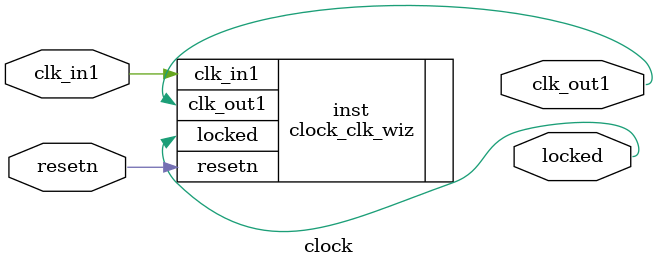
<source format=v>


`timescale 1ps/1ps

(* CORE_GENERATION_INFO = "clock,clk_wiz_v6_0_4_0_0,{component_name=clock,use_phase_alignment=true,use_min_o_jitter=false,use_max_i_jitter=false,use_dyn_phase_shift=false,use_inclk_switchover=false,use_dyn_reconfig=false,enable_axi=0,feedback_source=FDBK_AUTO,PRIMITIVE=MMCM,num_out_clk=1,clkin1_period=10.000,clkin2_period=10.000,use_power_down=false,use_reset=true,use_locked=true,use_inclk_stopped=false,feedback_type=SINGLE,CLOCK_MGR_TYPE=NA,manual_override=false}" *)

module clock 
 (
  // Clock out ports
  output        clk_out1,
  // Status and control signals
  input         resetn,
  output        locked,
 // Clock in ports
  input         clk_in1
 );

  clock_clk_wiz inst
  (
  // Clock out ports  
  .clk_out1(clk_out1),
  // Status and control signals               
  .resetn(resetn), 
  .locked(locked),
 // Clock in ports
  .clk_in1(clk_in1)
  );

endmodule

</source>
